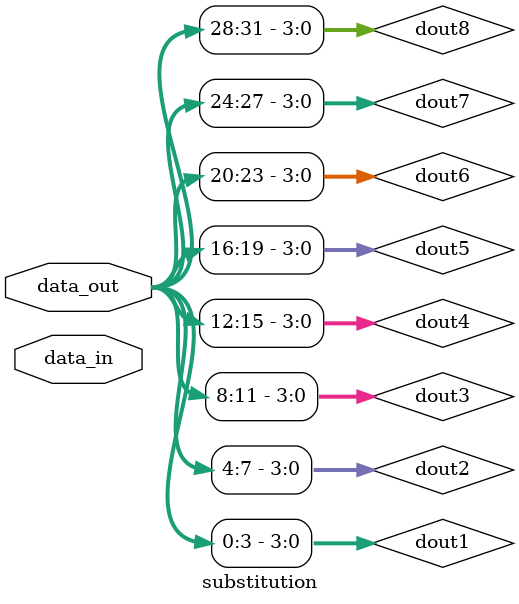
<source format=sv>

module substitution
(
	input wire [0:47] data_in,
	input wire [0:31] data_out
);

reg [0:3] dout1,dout2,dout3,dout4,dout5,dout6,dout7,dout8;

Sbox1 SB1
(
	.data_in(data_in[0:5]),
	.data_out(dout1)
);

Sbox2 SB2
(
	.data_in(data_in[6:11]),
	.data_out(dout2)
);

Sbox3 SB3
(
	.data_in(data_in[12:17]),
	.data_out(dout3)
);

Sbox4 SB4
(
	.data_in(data_in[18:23]),
	.data_out(dout4)
);

Sbox5 SB5
(
	.data_in(data_in[24:29]),
	.data_out(dout5)
);

Sbox6 SB6
(
	.data_in(data_in[30:35]),
	.data_out(dout6)
);

Sbox7 SB7
(
	.data_in(data_in[36:41]),
	.data_out(dout7)
);

Sbox8 SB8
(
	.data_in(data_in[42:47]),
	.data_out(dout8)
);

assign data_out = {dout1,dout2,dout3,dout4,dout5,dout6,dout7,dout8};

endmodule

</source>
